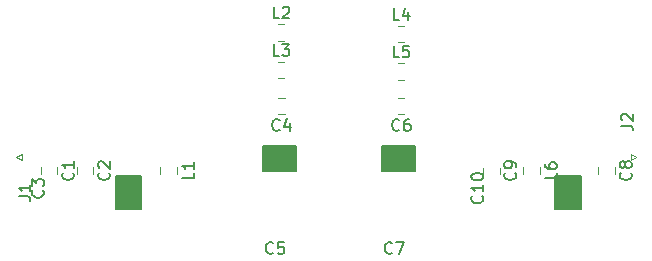
<source format=gbr>
G04 #@! TF.GenerationSoftware,KiCad,Pcbnew,(6.0.0-rc1-dev-305-gf0b8b21)*
G04 #@! TF.CreationDate,2020-01-21T15:09:04-08:00*
G04 #@! TF.ProjectId,3rd Order Inverse Chebyshev,337264204F7264657220496E76657273,rev?*
G04 #@! TF.SameCoordinates,Original*
G04 #@! TF.FileFunction,Legend,Top*
G04 #@! TF.FilePolarity,Positive*
%FSLAX46Y46*%
G04 Gerber Fmt 4.6, Leading zero omitted, Abs format (unit mm)*
G04 Created by KiCad (PCBNEW (6.0.0-rc1-dev-305-gf0b8b21)) date Tuesday, January 21, 2020 at 03:09:04 PM*
%MOMM*%
%LPD*%
G01*
G04 APERTURE LIST*
%ADD10C,0.120000*%
%ADD11C,0.150000*%
G04 APERTURE END LIST*
D10*
G04 #@! TO.C,C1*
X128354000Y-44061748D02*
X128354000Y-44584252D01*
X126934000Y-44061748D02*
X126934000Y-44584252D01*
G04 #@! TO.C,C2*
X129982000Y-44061748D02*
X129982000Y-44584252D01*
X131402000Y-44061748D02*
X131402000Y-44584252D01*
D11*
G04 #@! TO.C,C3*
G36*
X135445500Y-44807124D02*
X133286500Y-44807124D01*
X133286500Y-47601124D01*
X135445500Y-47601124D01*
X135445500Y-44807124D01*
G37*
X135445500Y-44807124D02*
X133286500Y-44807124D01*
X133286500Y-47601124D01*
X135445500Y-47601124D01*
X135445500Y-44807124D01*
G04 #@! TO.C,C5*
G36*
X145772124Y-42227500D02*
X145772124Y-44386500D01*
X148566124Y-44386500D01*
X148566124Y-42227500D01*
X145772124Y-42227500D01*
G37*
X145772124Y-42227500D02*
X145772124Y-44386500D01*
X148566124Y-44386500D01*
X148566124Y-42227500D01*
X145772124Y-42227500D01*
G04 #@! TO.C,C7*
G36*
X155838652Y-42227500D02*
X155838652Y-44386500D01*
X158632652Y-44386500D01*
X158632652Y-42227500D01*
X155838652Y-42227500D01*
G37*
X155838652Y-42227500D02*
X155838652Y-44386500D01*
X158632652Y-44386500D01*
X158632652Y-42227500D01*
X155838652Y-42227500D01*
D10*
G04 #@! TO.C,C8*
X175589000Y-44061748D02*
X175589000Y-44584252D01*
X174169000Y-44061748D02*
X174169000Y-44584252D01*
G04 #@! TO.C,C9*
X164390000Y-44070748D02*
X164390000Y-44593252D01*
X165810000Y-44070748D02*
X165810000Y-44593252D01*
D11*
G04 #@! TO.C,C10*
G36*
X172656500Y-44807124D02*
X170497500Y-44807124D01*
X170497500Y-47601124D01*
X172656500Y-47601124D01*
X172656500Y-44807124D01*
G37*
X172656500Y-44807124D02*
X170497500Y-44807124D01*
X170497500Y-47601124D01*
X172656500Y-47601124D01*
X172656500Y-44807124D01*
D10*
G04 #@! TO.C,J1*
X124876000Y-43180000D02*
X125376000Y-43430000D01*
X125376000Y-43430000D02*
X125376000Y-42930000D01*
X125376000Y-42930000D02*
X124876000Y-43180000D01*
G04 #@! TO.C,J2*
X176884000Y-43430000D02*
X177384000Y-43180000D01*
X176884000Y-42930000D02*
X176884000Y-43430000D01*
X177384000Y-43180000D02*
X176884000Y-42930000D01*
G04 #@! TO.C,L1*
X138505000Y-44061748D02*
X138505000Y-44584252D01*
X137085000Y-44061748D02*
X137085000Y-44584252D01*
G04 #@! TO.C,L2*
X147049748Y-33349000D02*
X147572252Y-33349000D01*
X147049748Y-31929000D02*
X147572252Y-31929000D01*
G04 #@! TO.C,L3*
X147049748Y-36524000D02*
X147572252Y-36524000D01*
X147049748Y-35104000D02*
X147572252Y-35104000D01*
G04 #@! TO.C,L4*
X157209748Y-32056000D02*
X157732252Y-32056000D01*
X157209748Y-33476000D02*
X157732252Y-33476000D01*
G04 #@! TO.C,L5*
X157218748Y-36651000D02*
X157741252Y-36651000D01*
X157218748Y-35231000D02*
X157741252Y-35231000D01*
G04 #@! TO.C,L6*
X169230000Y-44061748D02*
X169230000Y-44584252D01*
X167810000Y-44061748D02*
X167810000Y-44584252D01*
G04 #@! TO.C,C4*
X147595252Y-38152000D02*
X147072748Y-38152000D01*
X147595252Y-39572000D02*
X147072748Y-39572000D01*
G04 #@! TO.C,C6*
X157741252Y-39572000D02*
X157218748Y-39572000D01*
X157741252Y-38152000D02*
X157218748Y-38152000D01*
G04 #@! TO.C,C1*
D11*
X129651142Y-44489666D02*
X129698761Y-44537285D01*
X129746380Y-44680142D01*
X129746380Y-44775380D01*
X129698761Y-44918238D01*
X129603523Y-45013476D01*
X129508285Y-45061095D01*
X129317809Y-45108714D01*
X129174952Y-45108714D01*
X128984476Y-45061095D01*
X128889238Y-45013476D01*
X128794000Y-44918238D01*
X128746380Y-44775380D01*
X128746380Y-44680142D01*
X128794000Y-44537285D01*
X128841619Y-44489666D01*
X129746380Y-43537285D02*
X129746380Y-44108714D01*
X129746380Y-43823000D02*
X128746380Y-43823000D01*
X128889238Y-43918238D01*
X128984476Y-44013476D01*
X129032095Y-44108714D01*
G04 #@! TO.C,C2*
X132699142Y-44489666D02*
X132746761Y-44537285D01*
X132794380Y-44680142D01*
X132794380Y-44775380D01*
X132746761Y-44918238D01*
X132651523Y-45013476D01*
X132556285Y-45061095D01*
X132365809Y-45108714D01*
X132222952Y-45108714D01*
X132032476Y-45061095D01*
X131937238Y-45013476D01*
X131842000Y-44918238D01*
X131794380Y-44775380D01*
X131794380Y-44680142D01*
X131842000Y-44537285D01*
X131889619Y-44489666D01*
X131889619Y-44108714D02*
X131842000Y-44061095D01*
X131794380Y-43965857D01*
X131794380Y-43727761D01*
X131842000Y-43632523D01*
X131889619Y-43584904D01*
X131984857Y-43537285D01*
X132080095Y-43537285D01*
X132222952Y-43584904D01*
X132794380Y-44156333D01*
X132794380Y-43537285D01*
G04 #@! TO.C,C3*
X127103142Y-45989790D02*
X127150761Y-46037409D01*
X127198380Y-46180266D01*
X127198380Y-46275504D01*
X127150761Y-46418362D01*
X127055523Y-46513600D01*
X126960285Y-46561219D01*
X126769809Y-46608838D01*
X126626952Y-46608838D01*
X126436476Y-46561219D01*
X126341238Y-46513600D01*
X126246000Y-46418362D01*
X126198380Y-46275504D01*
X126198380Y-46180266D01*
X126246000Y-46037409D01*
X126293619Y-45989790D01*
X126198380Y-45656457D02*
X126198380Y-45037409D01*
X126579333Y-45370743D01*
X126579333Y-45227885D01*
X126626952Y-45132647D01*
X126674571Y-45085028D01*
X126769809Y-45037409D01*
X127007904Y-45037409D01*
X127103142Y-45085028D01*
X127150761Y-45132647D01*
X127198380Y-45227885D01*
X127198380Y-45513600D01*
X127150761Y-45608838D01*
X127103142Y-45656457D01*
G04 #@! TO.C,C5*
X146621457Y-51284142D02*
X146573838Y-51331761D01*
X146430981Y-51379380D01*
X146335743Y-51379380D01*
X146192885Y-51331761D01*
X146097647Y-51236523D01*
X146050028Y-51141285D01*
X146002409Y-50950809D01*
X146002409Y-50807952D01*
X146050028Y-50617476D01*
X146097647Y-50522238D01*
X146192885Y-50427000D01*
X146335743Y-50379380D01*
X146430981Y-50379380D01*
X146573838Y-50427000D01*
X146621457Y-50474619D01*
X147526219Y-50379380D02*
X147050028Y-50379380D01*
X147002409Y-50855571D01*
X147050028Y-50807952D01*
X147145266Y-50760333D01*
X147383362Y-50760333D01*
X147478600Y-50807952D01*
X147526219Y-50855571D01*
X147573838Y-50950809D01*
X147573838Y-51188904D01*
X147526219Y-51284142D01*
X147478600Y-51331761D01*
X147383362Y-51379380D01*
X147145266Y-51379380D01*
X147050028Y-51331761D01*
X147002409Y-51284142D01*
G04 #@! TO.C,C7*
X156687985Y-51284142D02*
X156640366Y-51331761D01*
X156497509Y-51379380D01*
X156402271Y-51379380D01*
X156259413Y-51331761D01*
X156164175Y-51236523D01*
X156116556Y-51141285D01*
X156068937Y-50950809D01*
X156068937Y-50807952D01*
X156116556Y-50617476D01*
X156164175Y-50522238D01*
X156259413Y-50427000D01*
X156402271Y-50379380D01*
X156497509Y-50379380D01*
X156640366Y-50427000D01*
X156687985Y-50474619D01*
X157021318Y-50379380D02*
X157687985Y-50379380D01*
X157259413Y-51379380D01*
G04 #@! TO.C,C8*
X176886142Y-44489666D02*
X176933761Y-44537285D01*
X176981380Y-44680142D01*
X176981380Y-44775380D01*
X176933761Y-44918238D01*
X176838523Y-45013476D01*
X176743285Y-45061095D01*
X176552809Y-45108714D01*
X176409952Y-45108714D01*
X176219476Y-45061095D01*
X176124238Y-45013476D01*
X176029000Y-44918238D01*
X175981380Y-44775380D01*
X175981380Y-44680142D01*
X176029000Y-44537285D01*
X176076619Y-44489666D01*
X176409952Y-43918238D02*
X176362333Y-44013476D01*
X176314714Y-44061095D01*
X176219476Y-44108714D01*
X176171857Y-44108714D01*
X176076619Y-44061095D01*
X176029000Y-44013476D01*
X175981380Y-43918238D01*
X175981380Y-43727761D01*
X176029000Y-43632523D01*
X176076619Y-43584904D01*
X176171857Y-43537285D01*
X176219476Y-43537285D01*
X176314714Y-43584904D01*
X176362333Y-43632523D01*
X176409952Y-43727761D01*
X176409952Y-43918238D01*
X176457571Y-44013476D01*
X176505190Y-44061095D01*
X176600428Y-44108714D01*
X176790904Y-44108714D01*
X176886142Y-44061095D01*
X176933761Y-44013476D01*
X176981380Y-43918238D01*
X176981380Y-43727761D01*
X176933761Y-43632523D01*
X176886142Y-43584904D01*
X176790904Y-43537285D01*
X176600428Y-43537285D01*
X176505190Y-43584904D01*
X176457571Y-43632523D01*
X176409952Y-43727761D01*
G04 #@! TO.C,C9*
X167107142Y-44498666D02*
X167154761Y-44546285D01*
X167202380Y-44689142D01*
X167202380Y-44784380D01*
X167154761Y-44927238D01*
X167059523Y-45022476D01*
X166964285Y-45070095D01*
X166773809Y-45117714D01*
X166630952Y-45117714D01*
X166440476Y-45070095D01*
X166345238Y-45022476D01*
X166250000Y-44927238D01*
X166202380Y-44784380D01*
X166202380Y-44689142D01*
X166250000Y-44546285D01*
X166297619Y-44498666D01*
X167202380Y-44022476D02*
X167202380Y-43832000D01*
X167154761Y-43736761D01*
X167107142Y-43689142D01*
X166964285Y-43593904D01*
X166773809Y-43546285D01*
X166392857Y-43546285D01*
X166297619Y-43593904D01*
X166250000Y-43641523D01*
X166202380Y-43736761D01*
X166202380Y-43927238D01*
X166250000Y-44022476D01*
X166297619Y-44070095D01*
X166392857Y-44117714D01*
X166630952Y-44117714D01*
X166726190Y-44070095D01*
X166773809Y-44022476D01*
X166821428Y-43927238D01*
X166821428Y-43736761D01*
X166773809Y-43641523D01*
X166726190Y-43593904D01*
X166630952Y-43546285D01*
G04 #@! TO.C,C10*
X164314142Y-46465981D02*
X164361761Y-46513600D01*
X164409380Y-46656457D01*
X164409380Y-46751695D01*
X164361761Y-46894552D01*
X164266523Y-46989790D01*
X164171285Y-47037409D01*
X163980809Y-47085028D01*
X163837952Y-47085028D01*
X163647476Y-47037409D01*
X163552238Y-46989790D01*
X163457000Y-46894552D01*
X163409380Y-46751695D01*
X163409380Y-46656457D01*
X163457000Y-46513600D01*
X163504619Y-46465981D01*
X164409380Y-45513600D02*
X164409380Y-46085028D01*
X164409380Y-45799314D02*
X163409380Y-45799314D01*
X163552238Y-45894552D01*
X163647476Y-45989790D01*
X163695095Y-46085028D01*
X163409380Y-44894552D02*
X163409380Y-44799314D01*
X163457000Y-44704076D01*
X163504619Y-44656457D01*
X163599857Y-44608838D01*
X163790333Y-44561219D01*
X164028428Y-44561219D01*
X164218904Y-44608838D01*
X164314142Y-44656457D01*
X164361761Y-44704076D01*
X164409380Y-44799314D01*
X164409380Y-44894552D01*
X164361761Y-44989790D01*
X164314142Y-45037409D01*
X164218904Y-45085028D01*
X164028428Y-45132647D01*
X163790333Y-45132647D01*
X163599857Y-45085028D01*
X163504619Y-45037409D01*
X163457000Y-44989790D01*
X163409380Y-44894552D01*
G04 #@! TO.C,J1*
X125078380Y-46513333D02*
X125792666Y-46513333D01*
X125935523Y-46560952D01*
X126030761Y-46656190D01*
X126078380Y-46799047D01*
X126078380Y-46894285D01*
X126078380Y-45513333D02*
X126078380Y-46084761D01*
X126078380Y-45799047D02*
X125078380Y-45799047D01*
X125221238Y-45894285D01*
X125316476Y-45989523D01*
X125364095Y-46084761D01*
G04 #@! TO.C,J2*
X176086380Y-40513333D02*
X176800666Y-40513333D01*
X176943523Y-40560952D01*
X177038761Y-40656190D01*
X177086380Y-40799047D01*
X177086380Y-40894285D01*
X176181619Y-40084761D02*
X176134000Y-40037142D01*
X176086380Y-39941904D01*
X176086380Y-39703809D01*
X176134000Y-39608571D01*
X176181619Y-39560952D01*
X176276857Y-39513333D01*
X176372095Y-39513333D01*
X176514952Y-39560952D01*
X177086380Y-40132380D01*
X177086380Y-39513333D01*
G04 #@! TO.C,L1*
X139897380Y-44489666D02*
X139897380Y-44965857D01*
X138897380Y-44965857D01*
X139897380Y-43632523D02*
X139897380Y-44203952D01*
X139897380Y-43918238D02*
X138897380Y-43918238D01*
X139040238Y-44013476D01*
X139135476Y-44108714D01*
X139183095Y-44203952D01*
G04 #@! TO.C,L2*
X147144333Y-31441380D02*
X146668142Y-31441380D01*
X146668142Y-30441380D01*
X147430047Y-30536619D02*
X147477666Y-30489000D01*
X147572904Y-30441380D01*
X147811000Y-30441380D01*
X147906238Y-30489000D01*
X147953857Y-30536619D01*
X148001476Y-30631857D01*
X148001476Y-30727095D01*
X147953857Y-30869952D01*
X147382428Y-31441380D01*
X148001476Y-31441380D01*
G04 #@! TO.C,L3*
X147144333Y-34616380D02*
X146668142Y-34616380D01*
X146668142Y-33616380D01*
X147382428Y-33616380D02*
X148001476Y-33616380D01*
X147668142Y-33997333D01*
X147811000Y-33997333D01*
X147906238Y-34044952D01*
X147953857Y-34092571D01*
X148001476Y-34187809D01*
X148001476Y-34425904D01*
X147953857Y-34521142D01*
X147906238Y-34568761D01*
X147811000Y-34616380D01*
X147525285Y-34616380D01*
X147430047Y-34568761D01*
X147382428Y-34521142D01*
G04 #@! TO.C,L4*
X157304333Y-31568380D02*
X156828142Y-31568380D01*
X156828142Y-30568380D01*
X158066238Y-30901714D02*
X158066238Y-31568380D01*
X157828142Y-30520761D02*
X157590047Y-31235047D01*
X158209095Y-31235047D01*
G04 #@! TO.C,L5*
X157313333Y-34743380D02*
X156837142Y-34743380D01*
X156837142Y-33743380D01*
X158122857Y-33743380D02*
X157646666Y-33743380D01*
X157599047Y-34219571D01*
X157646666Y-34171952D01*
X157741904Y-34124333D01*
X157980000Y-34124333D01*
X158075238Y-34171952D01*
X158122857Y-34219571D01*
X158170476Y-34314809D01*
X158170476Y-34552904D01*
X158122857Y-34648142D01*
X158075238Y-34695761D01*
X157980000Y-34743380D01*
X157741904Y-34743380D01*
X157646666Y-34695761D01*
X157599047Y-34648142D01*
G04 #@! TO.C,L6*
X170622380Y-44489666D02*
X170622380Y-44965857D01*
X169622380Y-44965857D01*
X169622380Y-43727761D02*
X169622380Y-43918238D01*
X169670000Y-44013476D01*
X169717619Y-44061095D01*
X169860476Y-44156333D01*
X170050952Y-44203952D01*
X170431904Y-44203952D01*
X170527142Y-44156333D01*
X170574761Y-44108714D01*
X170622380Y-44013476D01*
X170622380Y-43823000D01*
X170574761Y-43727761D01*
X170527142Y-43680142D01*
X170431904Y-43632523D01*
X170193809Y-43632523D01*
X170098571Y-43680142D01*
X170050952Y-43727761D01*
X170003333Y-43823000D01*
X170003333Y-44013476D01*
X170050952Y-44108714D01*
X170098571Y-44156333D01*
X170193809Y-44203952D01*
G04 #@! TO.C,C4*
X147167333Y-40869142D02*
X147119714Y-40916761D01*
X146976857Y-40964380D01*
X146881619Y-40964380D01*
X146738761Y-40916761D01*
X146643523Y-40821523D01*
X146595904Y-40726285D01*
X146548285Y-40535809D01*
X146548285Y-40392952D01*
X146595904Y-40202476D01*
X146643523Y-40107238D01*
X146738761Y-40012000D01*
X146881619Y-39964380D01*
X146976857Y-39964380D01*
X147119714Y-40012000D01*
X147167333Y-40059619D01*
X148024476Y-40297714D02*
X148024476Y-40964380D01*
X147786380Y-39916761D02*
X147548285Y-40631047D01*
X148167333Y-40631047D01*
G04 #@! TO.C,C6*
X157313333Y-40869142D02*
X157265714Y-40916761D01*
X157122857Y-40964380D01*
X157027619Y-40964380D01*
X156884761Y-40916761D01*
X156789523Y-40821523D01*
X156741904Y-40726285D01*
X156694285Y-40535809D01*
X156694285Y-40392952D01*
X156741904Y-40202476D01*
X156789523Y-40107238D01*
X156884761Y-40012000D01*
X157027619Y-39964380D01*
X157122857Y-39964380D01*
X157265714Y-40012000D01*
X157313333Y-40059619D01*
X158170476Y-39964380D02*
X157980000Y-39964380D01*
X157884761Y-40012000D01*
X157837142Y-40059619D01*
X157741904Y-40202476D01*
X157694285Y-40392952D01*
X157694285Y-40773904D01*
X157741904Y-40869142D01*
X157789523Y-40916761D01*
X157884761Y-40964380D01*
X158075238Y-40964380D01*
X158170476Y-40916761D01*
X158218095Y-40869142D01*
X158265714Y-40773904D01*
X158265714Y-40535809D01*
X158218095Y-40440571D01*
X158170476Y-40392952D01*
X158075238Y-40345333D01*
X157884761Y-40345333D01*
X157789523Y-40392952D01*
X157741904Y-40440571D01*
X157694285Y-40535809D01*
G04 #@! TD*
M02*

</source>
